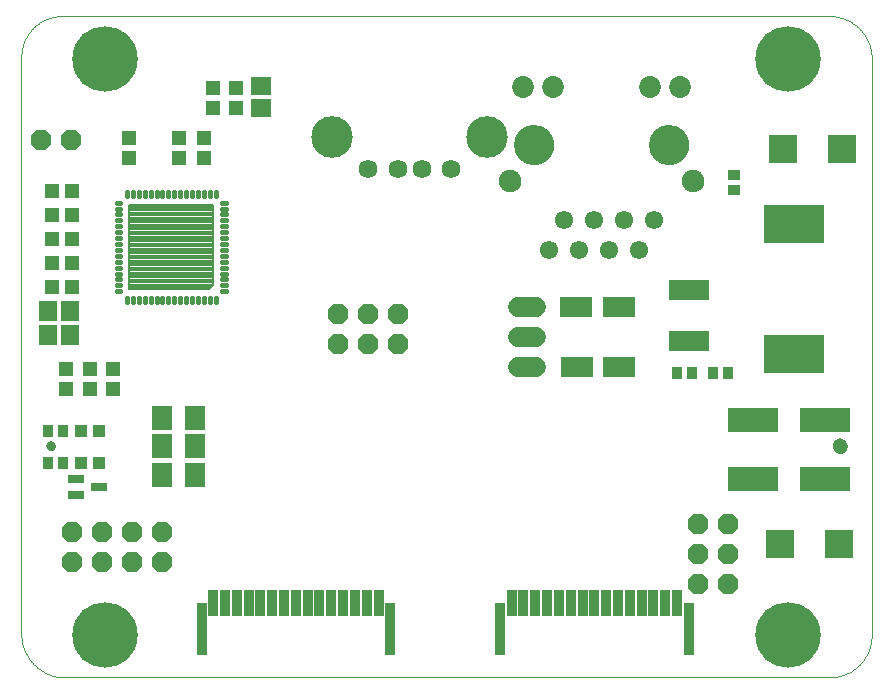
<source format=gts>
G75*
%MOIN*%
%OFA0B0*%
%FSLAX25Y25*%
%IPPOS*%
%LPD*%
%AMOC8*
5,1,8,0,0,1.08239X$1,22.5*
%
%ADD10C,0.00000*%
%ADD11C,0.05131*%
%ADD12C,0.03162*%
%ADD13R,0.03200X0.08700*%
%ADD14R,0.03600X0.17300*%
%ADD15R,0.13792X0.06902*%
%ADD16C,0.06800*%
%ADD17R,0.03556X0.04343*%
%ADD18R,0.03950X0.03950*%
%ADD19R,0.11036X0.07099*%
%ADD20OC8,0.06800*%
%ADD21R,0.07099X0.07887*%
%ADD22R,0.05200X0.02600*%
%ADD23C,0.21800*%
%ADD24R,0.16548X0.07887*%
%ADD25R,0.04343X0.03556*%
%ADD26R,0.09400X0.09400*%
%ADD27R,0.20485X0.12611*%
%ADD28C,0.06115*%
%ADD29C,0.07296*%
%ADD30C,0.13398*%
%ADD31C,0.07493*%
%ADD32C,0.01784*%
%ADD33C,0.00800*%
%ADD34R,0.05131X0.04737*%
%ADD35R,0.04737X0.05131*%
%ADD36R,0.06706X0.05918*%
%ADD37R,0.05918X0.06706*%
%ADD38C,0.13855*%
%ADD39C,0.06233*%
D10*
X0015673Y0001500D02*
X0270791Y0001500D01*
X0271133Y0001504D01*
X0271476Y0001517D01*
X0271818Y0001537D01*
X0272159Y0001566D01*
X0272499Y0001603D01*
X0272839Y0001649D01*
X0273177Y0001702D01*
X0273514Y0001764D01*
X0273849Y0001834D01*
X0274183Y0001912D01*
X0274514Y0001998D01*
X0274844Y0002092D01*
X0275171Y0002194D01*
X0275495Y0002303D01*
X0275817Y0002421D01*
X0276136Y0002546D01*
X0276451Y0002679D01*
X0276764Y0002820D01*
X0277072Y0002968D01*
X0277378Y0003123D01*
X0277679Y0003286D01*
X0277976Y0003456D01*
X0278269Y0003633D01*
X0278558Y0003818D01*
X0278842Y0004009D01*
X0279122Y0004207D01*
X0279396Y0004411D01*
X0279666Y0004623D01*
X0279930Y0004840D01*
X0280189Y0005064D01*
X0280443Y0005295D01*
X0280691Y0005531D01*
X0280933Y0005773D01*
X0281169Y0006021D01*
X0281400Y0006275D01*
X0281624Y0006534D01*
X0281841Y0006798D01*
X0282053Y0007068D01*
X0282257Y0007342D01*
X0282455Y0007622D01*
X0282646Y0007906D01*
X0282831Y0008195D01*
X0283008Y0008488D01*
X0283178Y0008785D01*
X0283341Y0009086D01*
X0283496Y0009392D01*
X0283644Y0009700D01*
X0283785Y0010013D01*
X0283918Y0010328D01*
X0284043Y0010647D01*
X0284161Y0010969D01*
X0284270Y0011293D01*
X0284372Y0011620D01*
X0284466Y0011950D01*
X0284552Y0012281D01*
X0284630Y0012615D01*
X0284700Y0012950D01*
X0284762Y0013287D01*
X0284815Y0013625D01*
X0284861Y0013965D01*
X0284898Y0014305D01*
X0284927Y0014646D01*
X0284947Y0014988D01*
X0284960Y0015331D01*
X0284964Y0015673D01*
X0284965Y0015673D02*
X0284965Y0207799D01*
X0284964Y0207799D02*
X0284960Y0208141D01*
X0284947Y0208484D01*
X0284927Y0208826D01*
X0284898Y0209167D01*
X0284861Y0209507D01*
X0284815Y0209847D01*
X0284762Y0210185D01*
X0284700Y0210522D01*
X0284630Y0210857D01*
X0284552Y0211191D01*
X0284466Y0211522D01*
X0284372Y0211852D01*
X0284270Y0212179D01*
X0284161Y0212503D01*
X0284043Y0212825D01*
X0283918Y0213144D01*
X0283785Y0213459D01*
X0283644Y0213772D01*
X0283496Y0214080D01*
X0283341Y0214386D01*
X0283178Y0214687D01*
X0283008Y0214984D01*
X0282831Y0215277D01*
X0282646Y0215566D01*
X0282455Y0215850D01*
X0282257Y0216130D01*
X0282053Y0216404D01*
X0281841Y0216674D01*
X0281624Y0216938D01*
X0281400Y0217197D01*
X0281169Y0217451D01*
X0280933Y0217699D01*
X0280691Y0217941D01*
X0280443Y0218177D01*
X0280189Y0218408D01*
X0279930Y0218632D01*
X0279666Y0218849D01*
X0279396Y0219061D01*
X0279122Y0219265D01*
X0278842Y0219463D01*
X0278558Y0219654D01*
X0278269Y0219839D01*
X0277976Y0220016D01*
X0277679Y0220186D01*
X0277378Y0220349D01*
X0277072Y0220504D01*
X0276764Y0220652D01*
X0276451Y0220793D01*
X0276136Y0220926D01*
X0275817Y0221051D01*
X0275495Y0221169D01*
X0275171Y0221278D01*
X0274844Y0221380D01*
X0274514Y0221474D01*
X0274183Y0221560D01*
X0273849Y0221638D01*
X0273514Y0221708D01*
X0273177Y0221770D01*
X0272839Y0221823D01*
X0272499Y0221869D01*
X0272159Y0221906D01*
X0271818Y0221935D01*
X0271476Y0221955D01*
X0271133Y0221968D01*
X0270791Y0221972D01*
X0015673Y0221972D01*
X0001500Y0208799D02*
X0001500Y0016673D01*
X0001492Y0016318D01*
X0001492Y0015963D01*
X0001502Y0015609D01*
X0001520Y0015254D01*
X0001546Y0014901D01*
X0001581Y0014548D01*
X0001625Y0014195D01*
X0001677Y0013845D01*
X0001737Y0013495D01*
X0001806Y0013147D01*
X0001884Y0012801D01*
X0001969Y0012456D01*
X0002063Y0012114D01*
X0002165Y0011774D01*
X0002276Y0011437D01*
X0002394Y0011103D01*
X0002521Y0010771D01*
X0002655Y0010443D01*
X0002798Y0010118D01*
X0002948Y0009797D01*
X0003106Y0009479D01*
X0003271Y0009165D01*
X0003445Y0008855D01*
X0003625Y0008550D01*
X0003813Y0008249D01*
X0004008Y0007953D01*
X0004210Y0007661D01*
X0004419Y0007375D01*
X0004635Y0007093D01*
X0004858Y0006817D01*
X0005088Y0006546D01*
X0005323Y0006281D01*
X0005566Y0006022D01*
X0005814Y0005769D01*
X0006068Y0005521D01*
X0006329Y0005280D01*
X0006595Y0005046D01*
X0006867Y0004817D01*
X0007144Y0004596D01*
X0007426Y0004381D01*
X0007714Y0004173D01*
X0008006Y0003972D01*
X0008303Y0003778D01*
X0008605Y0003592D01*
X0008911Y0003413D01*
X0009222Y0003241D01*
X0009536Y0003077D01*
X0009855Y0002920D01*
X0010177Y0002771D01*
X0010502Y0002630D01*
X0010831Y0002497D01*
X0011163Y0002372D01*
X0011498Y0002255D01*
X0011836Y0002146D01*
X0012176Y0002046D01*
X0012518Y0001953D01*
X0012863Y0001869D01*
X0013210Y0001793D01*
X0013558Y0001726D01*
X0013908Y0001667D01*
X0014259Y0001616D01*
X0014611Y0001574D01*
X0014965Y0001541D01*
X0015319Y0001516D01*
X0015673Y0001500D01*
X0010260Y0078500D02*
X0010262Y0078569D01*
X0010268Y0078637D01*
X0010278Y0078705D01*
X0010292Y0078772D01*
X0010310Y0078839D01*
X0010331Y0078904D01*
X0010357Y0078968D01*
X0010386Y0079030D01*
X0010418Y0079090D01*
X0010454Y0079149D01*
X0010494Y0079205D01*
X0010536Y0079259D01*
X0010582Y0079310D01*
X0010631Y0079359D01*
X0010682Y0079405D01*
X0010736Y0079447D01*
X0010792Y0079487D01*
X0010850Y0079523D01*
X0010911Y0079555D01*
X0010973Y0079584D01*
X0011037Y0079610D01*
X0011102Y0079631D01*
X0011169Y0079649D01*
X0011236Y0079663D01*
X0011304Y0079673D01*
X0011372Y0079679D01*
X0011441Y0079681D01*
X0011510Y0079679D01*
X0011578Y0079673D01*
X0011646Y0079663D01*
X0011713Y0079649D01*
X0011780Y0079631D01*
X0011845Y0079610D01*
X0011909Y0079584D01*
X0011971Y0079555D01*
X0012031Y0079523D01*
X0012090Y0079487D01*
X0012146Y0079447D01*
X0012200Y0079405D01*
X0012251Y0079359D01*
X0012300Y0079310D01*
X0012346Y0079259D01*
X0012388Y0079205D01*
X0012428Y0079149D01*
X0012464Y0079090D01*
X0012496Y0079030D01*
X0012525Y0078968D01*
X0012551Y0078904D01*
X0012572Y0078839D01*
X0012590Y0078772D01*
X0012604Y0078705D01*
X0012614Y0078637D01*
X0012620Y0078569D01*
X0012622Y0078500D01*
X0012620Y0078431D01*
X0012614Y0078363D01*
X0012604Y0078295D01*
X0012590Y0078228D01*
X0012572Y0078161D01*
X0012551Y0078096D01*
X0012525Y0078032D01*
X0012496Y0077970D01*
X0012464Y0077909D01*
X0012428Y0077851D01*
X0012388Y0077795D01*
X0012346Y0077741D01*
X0012300Y0077690D01*
X0012251Y0077641D01*
X0012200Y0077595D01*
X0012146Y0077553D01*
X0012090Y0077513D01*
X0012032Y0077477D01*
X0011971Y0077445D01*
X0011909Y0077416D01*
X0011845Y0077390D01*
X0011780Y0077369D01*
X0011713Y0077351D01*
X0011646Y0077337D01*
X0011578Y0077327D01*
X0011510Y0077321D01*
X0011441Y0077319D01*
X0011372Y0077321D01*
X0011304Y0077327D01*
X0011236Y0077337D01*
X0011169Y0077351D01*
X0011102Y0077369D01*
X0011037Y0077390D01*
X0010973Y0077416D01*
X0010911Y0077445D01*
X0010850Y0077477D01*
X0010792Y0077513D01*
X0010736Y0077553D01*
X0010682Y0077595D01*
X0010631Y0077641D01*
X0010582Y0077690D01*
X0010536Y0077741D01*
X0010494Y0077795D01*
X0010454Y0077851D01*
X0010418Y0077909D01*
X0010386Y0077970D01*
X0010357Y0078032D01*
X0010331Y0078096D01*
X0010310Y0078161D01*
X0010292Y0078228D01*
X0010278Y0078295D01*
X0010268Y0078363D01*
X0010262Y0078431D01*
X0010260Y0078500D01*
X0161142Y0166992D02*
X0161144Y0167107D01*
X0161150Y0167223D01*
X0161160Y0167338D01*
X0161174Y0167453D01*
X0161192Y0167567D01*
X0161214Y0167680D01*
X0161239Y0167793D01*
X0161269Y0167904D01*
X0161302Y0168015D01*
X0161339Y0168124D01*
X0161380Y0168232D01*
X0161425Y0168339D01*
X0161473Y0168444D01*
X0161525Y0168547D01*
X0161581Y0168648D01*
X0161640Y0168748D01*
X0161702Y0168845D01*
X0161768Y0168940D01*
X0161836Y0169033D01*
X0161908Y0169123D01*
X0161983Y0169211D01*
X0162062Y0169296D01*
X0162143Y0169378D01*
X0162226Y0169458D01*
X0162313Y0169534D01*
X0162402Y0169608D01*
X0162493Y0169678D01*
X0162587Y0169746D01*
X0162683Y0169810D01*
X0162782Y0169870D01*
X0162882Y0169927D01*
X0162984Y0169981D01*
X0163088Y0170031D01*
X0163194Y0170078D01*
X0163301Y0170121D01*
X0163410Y0170160D01*
X0163520Y0170195D01*
X0163631Y0170226D01*
X0163743Y0170254D01*
X0163856Y0170278D01*
X0163970Y0170298D01*
X0164085Y0170314D01*
X0164200Y0170326D01*
X0164315Y0170334D01*
X0164430Y0170338D01*
X0164546Y0170338D01*
X0164661Y0170334D01*
X0164776Y0170326D01*
X0164891Y0170314D01*
X0165006Y0170298D01*
X0165120Y0170278D01*
X0165233Y0170254D01*
X0165345Y0170226D01*
X0165456Y0170195D01*
X0165566Y0170160D01*
X0165675Y0170121D01*
X0165782Y0170078D01*
X0165888Y0170031D01*
X0165992Y0169981D01*
X0166094Y0169927D01*
X0166194Y0169870D01*
X0166293Y0169810D01*
X0166389Y0169746D01*
X0166483Y0169678D01*
X0166574Y0169608D01*
X0166663Y0169534D01*
X0166750Y0169458D01*
X0166833Y0169378D01*
X0166914Y0169296D01*
X0166993Y0169211D01*
X0167068Y0169123D01*
X0167140Y0169033D01*
X0167208Y0168940D01*
X0167274Y0168845D01*
X0167336Y0168748D01*
X0167395Y0168648D01*
X0167451Y0168547D01*
X0167503Y0168444D01*
X0167551Y0168339D01*
X0167596Y0168232D01*
X0167637Y0168124D01*
X0167674Y0168015D01*
X0167707Y0167904D01*
X0167737Y0167793D01*
X0167762Y0167680D01*
X0167784Y0167567D01*
X0167802Y0167453D01*
X0167816Y0167338D01*
X0167826Y0167223D01*
X0167832Y0167107D01*
X0167834Y0166992D01*
X0167832Y0166877D01*
X0167826Y0166761D01*
X0167816Y0166646D01*
X0167802Y0166531D01*
X0167784Y0166417D01*
X0167762Y0166304D01*
X0167737Y0166191D01*
X0167707Y0166080D01*
X0167674Y0165969D01*
X0167637Y0165860D01*
X0167596Y0165752D01*
X0167551Y0165645D01*
X0167503Y0165540D01*
X0167451Y0165437D01*
X0167395Y0165336D01*
X0167336Y0165236D01*
X0167274Y0165139D01*
X0167208Y0165044D01*
X0167140Y0164951D01*
X0167068Y0164861D01*
X0166993Y0164773D01*
X0166914Y0164688D01*
X0166833Y0164606D01*
X0166750Y0164526D01*
X0166663Y0164450D01*
X0166574Y0164376D01*
X0166483Y0164306D01*
X0166389Y0164238D01*
X0166293Y0164174D01*
X0166194Y0164114D01*
X0166094Y0164057D01*
X0165992Y0164003D01*
X0165888Y0163953D01*
X0165782Y0163906D01*
X0165675Y0163863D01*
X0165566Y0163824D01*
X0165456Y0163789D01*
X0165345Y0163758D01*
X0165233Y0163730D01*
X0165120Y0163706D01*
X0165006Y0163686D01*
X0164891Y0163670D01*
X0164776Y0163658D01*
X0164661Y0163650D01*
X0164546Y0163646D01*
X0164430Y0163646D01*
X0164315Y0163650D01*
X0164200Y0163658D01*
X0164085Y0163670D01*
X0163970Y0163686D01*
X0163856Y0163706D01*
X0163743Y0163730D01*
X0163631Y0163758D01*
X0163520Y0163789D01*
X0163410Y0163824D01*
X0163301Y0163863D01*
X0163194Y0163906D01*
X0163088Y0163953D01*
X0162984Y0164003D01*
X0162882Y0164057D01*
X0162782Y0164114D01*
X0162683Y0164174D01*
X0162587Y0164238D01*
X0162493Y0164306D01*
X0162402Y0164376D01*
X0162313Y0164450D01*
X0162226Y0164526D01*
X0162143Y0164606D01*
X0162062Y0164688D01*
X0161983Y0164773D01*
X0161908Y0164861D01*
X0161836Y0164951D01*
X0161768Y0165044D01*
X0161702Y0165139D01*
X0161640Y0165236D01*
X0161581Y0165336D01*
X0161525Y0165437D01*
X0161473Y0165540D01*
X0161425Y0165645D01*
X0161380Y0165752D01*
X0161339Y0165860D01*
X0161302Y0165969D01*
X0161269Y0166080D01*
X0161239Y0166191D01*
X0161214Y0166304D01*
X0161192Y0166417D01*
X0161174Y0166531D01*
X0161160Y0166646D01*
X0161150Y0166761D01*
X0161144Y0166877D01*
X0161142Y0166992D01*
X0166201Y0179000D02*
X0166203Y0179158D01*
X0166209Y0179316D01*
X0166219Y0179474D01*
X0166233Y0179632D01*
X0166251Y0179789D01*
X0166272Y0179946D01*
X0166298Y0180102D01*
X0166328Y0180258D01*
X0166361Y0180413D01*
X0166399Y0180566D01*
X0166440Y0180719D01*
X0166485Y0180871D01*
X0166534Y0181022D01*
X0166587Y0181171D01*
X0166643Y0181319D01*
X0166703Y0181465D01*
X0166767Y0181610D01*
X0166835Y0181753D01*
X0166906Y0181895D01*
X0166980Y0182035D01*
X0167058Y0182172D01*
X0167140Y0182308D01*
X0167224Y0182442D01*
X0167313Y0182573D01*
X0167404Y0182702D01*
X0167499Y0182829D01*
X0167596Y0182954D01*
X0167697Y0183076D01*
X0167801Y0183195D01*
X0167908Y0183312D01*
X0168018Y0183426D01*
X0168131Y0183537D01*
X0168246Y0183646D01*
X0168364Y0183751D01*
X0168485Y0183853D01*
X0168608Y0183953D01*
X0168734Y0184049D01*
X0168862Y0184142D01*
X0168992Y0184232D01*
X0169125Y0184318D01*
X0169260Y0184402D01*
X0169396Y0184481D01*
X0169535Y0184558D01*
X0169676Y0184630D01*
X0169818Y0184700D01*
X0169962Y0184765D01*
X0170108Y0184827D01*
X0170255Y0184885D01*
X0170404Y0184940D01*
X0170554Y0184991D01*
X0170705Y0185038D01*
X0170857Y0185081D01*
X0171010Y0185120D01*
X0171165Y0185156D01*
X0171320Y0185187D01*
X0171476Y0185215D01*
X0171632Y0185239D01*
X0171789Y0185259D01*
X0171947Y0185275D01*
X0172104Y0185287D01*
X0172263Y0185295D01*
X0172421Y0185299D01*
X0172579Y0185299D01*
X0172737Y0185295D01*
X0172896Y0185287D01*
X0173053Y0185275D01*
X0173211Y0185259D01*
X0173368Y0185239D01*
X0173524Y0185215D01*
X0173680Y0185187D01*
X0173835Y0185156D01*
X0173990Y0185120D01*
X0174143Y0185081D01*
X0174295Y0185038D01*
X0174446Y0184991D01*
X0174596Y0184940D01*
X0174745Y0184885D01*
X0174892Y0184827D01*
X0175038Y0184765D01*
X0175182Y0184700D01*
X0175324Y0184630D01*
X0175465Y0184558D01*
X0175604Y0184481D01*
X0175740Y0184402D01*
X0175875Y0184318D01*
X0176008Y0184232D01*
X0176138Y0184142D01*
X0176266Y0184049D01*
X0176392Y0183953D01*
X0176515Y0183853D01*
X0176636Y0183751D01*
X0176754Y0183646D01*
X0176869Y0183537D01*
X0176982Y0183426D01*
X0177092Y0183312D01*
X0177199Y0183195D01*
X0177303Y0183076D01*
X0177404Y0182954D01*
X0177501Y0182829D01*
X0177596Y0182702D01*
X0177687Y0182573D01*
X0177776Y0182442D01*
X0177860Y0182308D01*
X0177942Y0182172D01*
X0178020Y0182035D01*
X0178094Y0181895D01*
X0178165Y0181753D01*
X0178233Y0181610D01*
X0178297Y0181465D01*
X0178357Y0181319D01*
X0178413Y0181171D01*
X0178466Y0181022D01*
X0178515Y0180871D01*
X0178560Y0180719D01*
X0178601Y0180566D01*
X0178639Y0180413D01*
X0178672Y0180258D01*
X0178702Y0180102D01*
X0178728Y0179946D01*
X0178749Y0179789D01*
X0178767Y0179632D01*
X0178781Y0179474D01*
X0178791Y0179316D01*
X0178797Y0179158D01*
X0178799Y0179000D01*
X0178797Y0178842D01*
X0178791Y0178684D01*
X0178781Y0178526D01*
X0178767Y0178368D01*
X0178749Y0178211D01*
X0178728Y0178054D01*
X0178702Y0177898D01*
X0178672Y0177742D01*
X0178639Y0177587D01*
X0178601Y0177434D01*
X0178560Y0177281D01*
X0178515Y0177129D01*
X0178466Y0176978D01*
X0178413Y0176829D01*
X0178357Y0176681D01*
X0178297Y0176535D01*
X0178233Y0176390D01*
X0178165Y0176247D01*
X0178094Y0176105D01*
X0178020Y0175965D01*
X0177942Y0175828D01*
X0177860Y0175692D01*
X0177776Y0175558D01*
X0177687Y0175427D01*
X0177596Y0175298D01*
X0177501Y0175171D01*
X0177404Y0175046D01*
X0177303Y0174924D01*
X0177199Y0174805D01*
X0177092Y0174688D01*
X0176982Y0174574D01*
X0176869Y0174463D01*
X0176754Y0174354D01*
X0176636Y0174249D01*
X0176515Y0174147D01*
X0176392Y0174047D01*
X0176266Y0173951D01*
X0176138Y0173858D01*
X0176008Y0173768D01*
X0175875Y0173682D01*
X0175740Y0173598D01*
X0175604Y0173519D01*
X0175465Y0173442D01*
X0175324Y0173370D01*
X0175182Y0173300D01*
X0175038Y0173235D01*
X0174892Y0173173D01*
X0174745Y0173115D01*
X0174596Y0173060D01*
X0174446Y0173009D01*
X0174295Y0172962D01*
X0174143Y0172919D01*
X0173990Y0172880D01*
X0173835Y0172844D01*
X0173680Y0172813D01*
X0173524Y0172785D01*
X0173368Y0172761D01*
X0173211Y0172741D01*
X0173053Y0172725D01*
X0172896Y0172713D01*
X0172737Y0172705D01*
X0172579Y0172701D01*
X0172421Y0172701D01*
X0172263Y0172705D01*
X0172104Y0172713D01*
X0171947Y0172725D01*
X0171789Y0172741D01*
X0171632Y0172761D01*
X0171476Y0172785D01*
X0171320Y0172813D01*
X0171165Y0172844D01*
X0171010Y0172880D01*
X0170857Y0172919D01*
X0170705Y0172962D01*
X0170554Y0173009D01*
X0170404Y0173060D01*
X0170255Y0173115D01*
X0170108Y0173173D01*
X0169962Y0173235D01*
X0169818Y0173300D01*
X0169676Y0173370D01*
X0169535Y0173442D01*
X0169396Y0173519D01*
X0169260Y0173598D01*
X0169125Y0173682D01*
X0168992Y0173768D01*
X0168862Y0173858D01*
X0168734Y0173951D01*
X0168608Y0174047D01*
X0168485Y0174147D01*
X0168364Y0174249D01*
X0168246Y0174354D01*
X0168131Y0174463D01*
X0168018Y0174574D01*
X0167908Y0174688D01*
X0167801Y0174805D01*
X0167697Y0174924D01*
X0167596Y0175046D01*
X0167499Y0175171D01*
X0167404Y0175298D01*
X0167313Y0175427D01*
X0167224Y0175558D01*
X0167140Y0175692D01*
X0167058Y0175828D01*
X0166980Y0175965D01*
X0166906Y0176105D01*
X0166835Y0176247D01*
X0166767Y0176390D01*
X0166703Y0176535D01*
X0166643Y0176681D01*
X0166587Y0176829D01*
X0166534Y0176978D01*
X0166485Y0177129D01*
X0166440Y0177281D01*
X0166399Y0177434D01*
X0166361Y0177587D01*
X0166328Y0177742D01*
X0166298Y0177898D01*
X0166272Y0178054D01*
X0166251Y0178211D01*
X0166233Y0178368D01*
X0166219Y0178526D01*
X0166209Y0178684D01*
X0166203Y0178842D01*
X0166201Y0179000D01*
X0211201Y0179000D02*
X0211203Y0179158D01*
X0211209Y0179316D01*
X0211219Y0179474D01*
X0211233Y0179632D01*
X0211251Y0179789D01*
X0211272Y0179946D01*
X0211298Y0180102D01*
X0211328Y0180258D01*
X0211361Y0180413D01*
X0211399Y0180566D01*
X0211440Y0180719D01*
X0211485Y0180871D01*
X0211534Y0181022D01*
X0211587Y0181171D01*
X0211643Y0181319D01*
X0211703Y0181465D01*
X0211767Y0181610D01*
X0211835Y0181753D01*
X0211906Y0181895D01*
X0211980Y0182035D01*
X0212058Y0182172D01*
X0212140Y0182308D01*
X0212224Y0182442D01*
X0212313Y0182573D01*
X0212404Y0182702D01*
X0212499Y0182829D01*
X0212596Y0182954D01*
X0212697Y0183076D01*
X0212801Y0183195D01*
X0212908Y0183312D01*
X0213018Y0183426D01*
X0213131Y0183537D01*
X0213246Y0183646D01*
X0213364Y0183751D01*
X0213485Y0183853D01*
X0213608Y0183953D01*
X0213734Y0184049D01*
X0213862Y0184142D01*
X0213992Y0184232D01*
X0214125Y0184318D01*
X0214260Y0184402D01*
X0214396Y0184481D01*
X0214535Y0184558D01*
X0214676Y0184630D01*
X0214818Y0184700D01*
X0214962Y0184765D01*
X0215108Y0184827D01*
X0215255Y0184885D01*
X0215404Y0184940D01*
X0215554Y0184991D01*
X0215705Y0185038D01*
X0215857Y0185081D01*
X0216010Y0185120D01*
X0216165Y0185156D01*
X0216320Y0185187D01*
X0216476Y0185215D01*
X0216632Y0185239D01*
X0216789Y0185259D01*
X0216947Y0185275D01*
X0217104Y0185287D01*
X0217263Y0185295D01*
X0217421Y0185299D01*
X0217579Y0185299D01*
X0217737Y0185295D01*
X0217896Y0185287D01*
X0218053Y0185275D01*
X0218211Y0185259D01*
X0218368Y0185239D01*
X0218524Y0185215D01*
X0218680Y0185187D01*
X0218835Y0185156D01*
X0218990Y0185120D01*
X0219143Y0185081D01*
X0219295Y0185038D01*
X0219446Y0184991D01*
X0219596Y0184940D01*
X0219745Y0184885D01*
X0219892Y0184827D01*
X0220038Y0184765D01*
X0220182Y0184700D01*
X0220324Y0184630D01*
X0220465Y0184558D01*
X0220604Y0184481D01*
X0220740Y0184402D01*
X0220875Y0184318D01*
X0221008Y0184232D01*
X0221138Y0184142D01*
X0221266Y0184049D01*
X0221392Y0183953D01*
X0221515Y0183853D01*
X0221636Y0183751D01*
X0221754Y0183646D01*
X0221869Y0183537D01*
X0221982Y0183426D01*
X0222092Y0183312D01*
X0222199Y0183195D01*
X0222303Y0183076D01*
X0222404Y0182954D01*
X0222501Y0182829D01*
X0222596Y0182702D01*
X0222687Y0182573D01*
X0222776Y0182442D01*
X0222860Y0182308D01*
X0222942Y0182172D01*
X0223020Y0182035D01*
X0223094Y0181895D01*
X0223165Y0181753D01*
X0223233Y0181610D01*
X0223297Y0181465D01*
X0223357Y0181319D01*
X0223413Y0181171D01*
X0223466Y0181022D01*
X0223515Y0180871D01*
X0223560Y0180719D01*
X0223601Y0180566D01*
X0223639Y0180413D01*
X0223672Y0180258D01*
X0223702Y0180102D01*
X0223728Y0179946D01*
X0223749Y0179789D01*
X0223767Y0179632D01*
X0223781Y0179474D01*
X0223791Y0179316D01*
X0223797Y0179158D01*
X0223799Y0179000D01*
X0223797Y0178842D01*
X0223791Y0178684D01*
X0223781Y0178526D01*
X0223767Y0178368D01*
X0223749Y0178211D01*
X0223728Y0178054D01*
X0223702Y0177898D01*
X0223672Y0177742D01*
X0223639Y0177587D01*
X0223601Y0177434D01*
X0223560Y0177281D01*
X0223515Y0177129D01*
X0223466Y0176978D01*
X0223413Y0176829D01*
X0223357Y0176681D01*
X0223297Y0176535D01*
X0223233Y0176390D01*
X0223165Y0176247D01*
X0223094Y0176105D01*
X0223020Y0175965D01*
X0222942Y0175828D01*
X0222860Y0175692D01*
X0222776Y0175558D01*
X0222687Y0175427D01*
X0222596Y0175298D01*
X0222501Y0175171D01*
X0222404Y0175046D01*
X0222303Y0174924D01*
X0222199Y0174805D01*
X0222092Y0174688D01*
X0221982Y0174574D01*
X0221869Y0174463D01*
X0221754Y0174354D01*
X0221636Y0174249D01*
X0221515Y0174147D01*
X0221392Y0174047D01*
X0221266Y0173951D01*
X0221138Y0173858D01*
X0221008Y0173768D01*
X0220875Y0173682D01*
X0220740Y0173598D01*
X0220604Y0173519D01*
X0220465Y0173442D01*
X0220324Y0173370D01*
X0220182Y0173300D01*
X0220038Y0173235D01*
X0219892Y0173173D01*
X0219745Y0173115D01*
X0219596Y0173060D01*
X0219446Y0173009D01*
X0219295Y0172962D01*
X0219143Y0172919D01*
X0218990Y0172880D01*
X0218835Y0172844D01*
X0218680Y0172813D01*
X0218524Y0172785D01*
X0218368Y0172761D01*
X0218211Y0172741D01*
X0218053Y0172725D01*
X0217896Y0172713D01*
X0217737Y0172705D01*
X0217579Y0172701D01*
X0217421Y0172701D01*
X0217263Y0172705D01*
X0217104Y0172713D01*
X0216947Y0172725D01*
X0216789Y0172741D01*
X0216632Y0172761D01*
X0216476Y0172785D01*
X0216320Y0172813D01*
X0216165Y0172844D01*
X0216010Y0172880D01*
X0215857Y0172919D01*
X0215705Y0172962D01*
X0215554Y0173009D01*
X0215404Y0173060D01*
X0215255Y0173115D01*
X0215108Y0173173D01*
X0214962Y0173235D01*
X0214818Y0173300D01*
X0214676Y0173370D01*
X0214535Y0173442D01*
X0214396Y0173519D01*
X0214260Y0173598D01*
X0214125Y0173682D01*
X0213992Y0173768D01*
X0213862Y0173858D01*
X0213734Y0173951D01*
X0213608Y0174047D01*
X0213485Y0174147D01*
X0213364Y0174249D01*
X0213246Y0174354D01*
X0213131Y0174463D01*
X0213018Y0174574D01*
X0212908Y0174688D01*
X0212801Y0174805D01*
X0212697Y0174924D01*
X0212596Y0175046D01*
X0212499Y0175171D01*
X0212404Y0175298D01*
X0212313Y0175427D01*
X0212224Y0175558D01*
X0212140Y0175692D01*
X0212058Y0175828D01*
X0211980Y0175965D01*
X0211906Y0176105D01*
X0211835Y0176247D01*
X0211767Y0176390D01*
X0211703Y0176535D01*
X0211643Y0176681D01*
X0211587Y0176829D01*
X0211534Y0176978D01*
X0211485Y0177129D01*
X0211440Y0177281D01*
X0211399Y0177434D01*
X0211361Y0177587D01*
X0211328Y0177742D01*
X0211298Y0177898D01*
X0211272Y0178054D01*
X0211251Y0178211D01*
X0211233Y0178368D01*
X0211219Y0178526D01*
X0211209Y0178684D01*
X0211203Y0178842D01*
X0211201Y0179000D01*
X0222166Y0166992D02*
X0222168Y0167107D01*
X0222174Y0167223D01*
X0222184Y0167338D01*
X0222198Y0167453D01*
X0222216Y0167567D01*
X0222238Y0167680D01*
X0222263Y0167793D01*
X0222293Y0167904D01*
X0222326Y0168015D01*
X0222363Y0168124D01*
X0222404Y0168232D01*
X0222449Y0168339D01*
X0222497Y0168444D01*
X0222549Y0168547D01*
X0222605Y0168648D01*
X0222664Y0168748D01*
X0222726Y0168845D01*
X0222792Y0168940D01*
X0222860Y0169033D01*
X0222932Y0169123D01*
X0223007Y0169211D01*
X0223086Y0169296D01*
X0223167Y0169378D01*
X0223250Y0169458D01*
X0223337Y0169534D01*
X0223426Y0169608D01*
X0223517Y0169678D01*
X0223611Y0169746D01*
X0223707Y0169810D01*
X0223806Y0169870D01*
X0223906Y0169927D01*
X0224008Y0169981D01*
X0224112Y0170031D01*
X0224218Y0170078D01*
X0224325Y0170121D01*
X0224434Y0170160D01*
X0224544Y0170195D01*
X0224655Y0170226D01*
X0224767Y0170254D01*
X0224880Y0170278D01*
X0224994Y0170298D01*
X0225109Y0170314D01*
X0225224Y0170326D01*
X0225339Y0170334D01*
X0225454Y0170338D01*
X0225570Y0170338D01*
X0225685Y0170334D01*
X0225800Y0170326D01*
X0225915Y0170314D01*
X0226030Y0170298D01*
X0226144Y0170278D01*
X0226257Y0170254D01*
X0226369Y0170226D01*
X0226480Y0170195D01*
X0226590Y0170160D01*
X0226699Y0170121D01*
X0226806Y0170078D01*
X0226912Y0170031D01*
X0227016Y0169981D01*
X0227118Y0169927D01*
X0227218Y0169870D01*
X0227317Y0169810D01*
X0227413Y0169746D01*
X0227507Y0169678D01*
X0227598Y0169608D01*
X0227687Y0169534D01*
X0227774Y0169458D01*
X0227857Y0169378D01*
X0227938Y0169296D01*
X0228017Y0169211D01*
X0228092Y0169123D01*
X0228164Y0169033D01*
X0228232Y0168940D01*
X0228298Y0168845D01*
X0228360Y0168748D01*
X0228419Y0168648D01*
X0228475Y0168547D01*
X0228527Y0168444D01*
X0228575Y0168339D01*
X0228620Y0168232D01*
X0228661Y0168124D01*
X0228698Y0168015D01*
X0228731Y0167904D01*
X0228761Y0167793D01*
X0228786Y0167680D01*
X0228808Y0167567D01*
X0228826Y0167453D01*
X0228840Y0167338D01*
X0228850Y0167223D01*
X0228856Y0167107D01*
X0228858Y0166992D01*
X0228856Y0166877D01*
X0228850Y0166761D01*
X0228840Y0166646D01*
X0228826Y0166531D01*
X0228808Y0166417D01*
X0228786Y0166304D01*
X0228761Y0166191D01*
X0228731Y0166080D01*
X0228698Y0165969D01*
X0228661Y0165860D01*
X0228620Y0165752D01*
X0228575Y0165645D01*
X0228527Y0165540D01*
X0228475Y0165437D01*
X0228419Y0165336D01*
X0228360Y0165236D01*
X0228298Y0165139D01*
X0228232Y0165044D01*
X0228164Y0164951D01*
X0228092Y0164861D01*
X0228017Y0164773D01*
X0227938Y0164688D01*
X0227857Y0164606D01*
X0227774Y0164526D01*
X0227687Y0164450D01*
X0227598Y0164376D01*
X0227507Y0164306D01*
X0227413Y0164238D01*
X0227317Y0164174D01*
X0227218Y0164114D01*
X0227118Y0164057D01*
X0227016Y0164003D01*
X0226912Y0163953D01*
X0226806Y0163906D01*
X0226699Y0163863D01*
X0226590Y0163824D01*
X0226480Y0163789D01*
X0226369Y0163758D01*
X0226257Y0163730D01*
X0226144Y0163706D01*
X0226030Y0163686D01*
X0225915Y0163670D01*
X0225800Y0163658D01*
X0225685Y0163650D01*
X0225570Y0163646D01*
X0225454Y0163646D01*
X0225339Y0163650D01*
X0225224Y0163658D01*
X0225109Y0163670D01*
X0224994Y0163686D01*
X0224880Y0163706D01*
X0224767Y0163730D01*
X0224655Y0163758D01*
X0224544Y0163789D01*
X0224434Y0163824D01*
X0224325Y0163863D01*
X0224218Y0163906D01*
X0224112Y0163953D01*
X0224008Y0164003D01*
X0223906Y0164057D01*
X0223806Y0164114D01*
X0223707Y0164174D01*
X0223611Y0164238D01*
X0223517Y0164306D01*
X0223426Y0164376D01*
X0223337Y0164450D01*
X0223250Y0164526D01*
X0223167Y0164606D01*
X0223086Y0164688D01*
X0223007Y0164773D01*
X0222932Y0164861D01*
X0222860Y0164951D01*
X0222792Y0165044D01*
X0222726Y0165139D01*
X0222664Y0165236D01*
X0222605Y0165336D01*
X0222549Y0165437D01*
X0222497Y0165540D01*
X0222449Y0165645D01*
X0222404Y0165752D01*
X0222363Y0165860D01*
X0222326Y0165969D01*
X0222293Y0166080D01*
X0222263Y0166191D01*
X0222238Y0166304D01*
X0222216Y0166417D01*
X0222198Y0166531D01*
X0222184Y0166646D01*
X0222174Y0166761D01*
X0222168Y0166877D01*
X0222166Y0166992D01*
X0272268Y0078500D02*
X0272270Y0078593D01*
X0272276Y0078685D01*
X0272286Y0078777D01*
X0272300Y0078868D01*
X0272317Y0078959D01*
X0272339Y0079049D01*
X0272364Y0079138D01*
X0272393Y0079226D01*
X0272426Y0079312D01*
X0272463Y0079397D01*
X0272503Y0079481D01*
X0272547Y0079562D01*
X0272594Y0079642D01*
X0272644Y0079720D01*
X0272698Y0079795D01*
X0272755Y0079868D01*
X0272815Y0079938D01*
X0272878Y0080006D01*
X0272944Y0080071D01*
X0273012Y0080133D01*
X0273083Y0080193D01*
X0273157Y0080249D01*
X0273233Y0080302D01*
X0273311Y0080351D01*
X0273391Y0080398D01*
X0273473Y0080440D01*
X0273557Y0080480D01*
X0273642Y0080515D01*
X0273729Y0080547D01*
X0273817Y0080576D01*
X0273906Y0080600D01*
X0273996Y0080621D01*
X0274087Y0080637D01*
X0274179Y0080650D01*
X0274271Y0080659D01*
X0274364Y0080664D01*
X0274456Y0080665D01*
X0274549Y0080662D01*
X0274641Y0080655D01*
X0274733Y0080644D01*
X0274824Y0080629D01*
X0274915Y0080611D01*
X0275005Y0080588D01*
X0275093Y0080562D01*
X0275181Y0080532D01*
X0275267Y0080498D01*
X0275351Y0080461D01*
X0275434Y0080419D01*
X0275515Y0080375D01*
X0275595Y0080327D01*
X0275672Y0080276D01*
X0275746Y0080221D01*
X0275819Y0080163D01*
X0275889Y0080103D01*
X0275956Y0080039D01*
X0276020Y0079973D01*
X0276082Y0079903D01*
X0276140Y0079832D01*
X0276195Y0079758D01*
X0276247Y0079681D01*
X0276296Y0079602D01*
X0276342Y0079522D01*
X0276384Y0079439D01*
X0276422Y0079355D01*
X0276457Y0079269D01*
X0276488Y0079182D01*
X0276515Y0079094D01*
X0276538Y0079004D01*
X0276558Y0078914D01*
X0276574Y0078823D01*
X0276586Y0078731D01*
X0276594Y0078639D01*
X0276598Y0078546D01*
X0276598Y0078454D01*
X0276594Y0078361D01*
X0276586Y0078269D01*
X0276574Y0078177D01*
X0276558Y0078086D01*
X0276538Y0077996D01*
X0276515Y0077906D01*
X0276488Y0077818D01*
X0276457Y0077731D01*
X0276422Y0077645D01*
X0276384Y0077561D01*
X0276342Y0077478D01*
X0276296Y0077398D01*
X0276247Y0077319D01*
X0276195Y0077242D01*
X0276140Y0077168D01*
X0276082Y0077097D01*
X0276020Y0077027D01*
X0275956Y0076961D01*
X0275889Y0076897D01*
X0275819Y0076837D01*
X0275746Y0076779D01*
X0275672Y0076724D01*
X0275595Y0076673D01*
X0275516Y0076625D01*
X0275434Y0076581D01*
X0275351Y0076539D01*
X0275267Y0076502D01*
X0275181Y0076468D01*
X0275093Y0076438D01*
X0275005Y0076412D01*
X0274915Y0076389D01*
X0274824Y0076371D01*
X0274733Y0076356D01*
X0274641Y0076345D01*
X0274549Y0076338D01*
X0274456Y0076335D01*
X0274364Y0076336D01*
X0274271Y0076341D01*
X0274179Y0076350D01*
X0274087Y0076363D01*
X0273996Y0076379D01*
X0273906Y0076400D01*
X0273817Y0076424D01*
X0273729Y0076453D01*
X0273642Y0076485D01*
X0273557Y0076520D01*
X0273473Y0076560D01*
X0273391Y0076602D01*
X0273311Y0076649D01*
X0273233Y0076698D01*
X0273157Y0076751D01*
X0273083Y0076807D01*
X0273012Y0076867D01*
X0272944Y0076929D01*
X0272878Y0076994D01*
X0272815Y0077062D01*
X0272755Y0077132D01*
X0272698Y0077205D01*
X0272644Y0077280D01*
X0272594Y0077358D01*
X0272547Y0077438D01*
X0272503Y0077519D01*
X0272463Y0077603D01*
X0272426Y0077688D01*
X0272393Y0077774D01*
X0272364Y0077862D01*
X0272339Y0077951D01*
X0272317Y0078041D01*
X0272300Y0078132D01*
X0272286Y0078223D01*
X0272276Y0078315D01*
X0272270Y0078407D01*
X0272268Y0078500D01*
X0015673Y0221972D02*
X0015342Y0221980D01*
X0015012Y0221980D01*
X0014681Y0221972D01*
X0014351Y0221956D01*
X0014021Y0221932D01*
X0013692Y0221901D01*
X0013364Y0221861D01*
X0013037Y0221813D01*
X0012711Y0221758D01*
X0012386Y0221694D01*
X0012063Y0221623D01*
X0011742Y0221544D01*
X0011423Y0221457D01*
X0011107Y0221363D01*
X0010792Y0221261D01*
X0010480Y0221151D01*
X0010171Y0221034D01*
X0009865Y0220909D01*
X0009562Y0220777D01*
X0009262Y0220638D01*
X0008965Y0220492D01*
X0008672Y0220338D01*
X0008383Y0220177D01*
X0008098Y0220010D01*
X0007817Y0219836D01*
X0007541Y0219654D01*
X0007269Y0219467D01*
X0007001Y0219272D01*
X0006738Y0219072D01*
X0006480Y0218865D01*
X0006228Y0218652D01*
X0005980Y0218433D01*
X0005738Y0218207D01*
X0005501Y0217977D01*
X0005270Y0217740D01*
X0005045Y0217498D01*
X0004826Y0217251D01*
X0004612Y0216998D01*
X0004405Y0216740D01*
X0004204Y0216478D01*
X0004010Y0216210D01*
X0003822Y0215938D01*
X0003641Y0215662D01*
X0003466Y0215381D01*
X0003299Y0215096D01*
X0003138Y0214807D01*
X0002984Y0214514D01*
X0002838Y0214218D01*
X0002698Y0213918D01*
X0002566Y0213615D01*
X0002441Y0213309D01*
X0002324Y0213000D01*
X0002214Y0212688D01*
X0002112Y0212373D01*
X0002017Y0212057D01*
X0001930Y0211738D01*
X0001851Y0211417D01*
X0001779Y0211094D01*
X0001716Y0210769D01*
X0001660Y0210443D01*
X0001612Y0210116D01*
X0001572Y0209788D01*
X0001540Y0209459D01*
X0001516Y0209129D01*
X0001500Y0208799D01*
D11*
X0274433Y0078500D03*
D12*
X0011441Y0078500D03*
D13*
X0065500Y0026200D03*
X0069400Y0026200D03*
X0073300Y0026200D03*
X0077300Y0026200D03*
X0081200Y0026200D03*
X0085200Y0026200D03*
X0089100Y0026200D03*
X0093000Y0026200D03*
X0097000Y0026200D03*
X0100900Y0026200D03*
X0104800Y0026200D03*
X0108800Y0026200D03*
X0112700Y0026200D03*
X0116700Y0026200D03*
X0120600Y0026200D03*
X0165000Y0026200D03*
X0168900Y0026200D03*
X0172800Y0026200D03*
X0176800Y0026200D03*
X0180700Y0026200D03*
X0184700Y0026200D03*
X0188600Y0026200D03*
X0192500Y0026200D03*
X0196500Y0026200D03*
X0200400Y0026200D03*
X0204300Y0026200D03*
X0208300Y0026200D03*
X0212200Y0026200D03*
X0216200Y0026200D03*
X0220100Y0026200D03*
D14*
X0224000Y0017800D03*
X0161100Y0017800D03*
X0124500Y0017800D03*
X0061600Y0017800D03*
D15*
X0224200Y0113598D03*
X0224200Y0130802D03*
D16*
X0173000Y0125000D02*
X0167000Y0125000D01*
X0167000Y0115000D02*
X0173000Y0115000D01*
X0173000Y0105000D02*
X0167000Y0105000D01*
D17*
X0219941Y0103000D03*
X0225059Y0103000D03*
X0231941Y0103000D03*
X0237059Y0103000D03*
X0015559Y0083500D03*
X0010441Y0083500D03*
X0010441Y0073000D03*
X0015559Y0073000D03*
D18*
X0021547Y0073000D03*
X0027453Y0073000D03*
X0027453Y0083500D03*
X0021547Y0083500D03*
D19*
X0186613Y0105000D03*
X0200787Y0105000D03*
X0200737Y0125000D03*
X0186563Y0125000D03*
D20*
X0127000Y0122500D03*
X0127000Y0112500D03*
X0117000Y0112500D03*
X0107000Y0112500D03*
X0107000Y0122500D03*
X0117000Y0122500D03*
X0048500Y0050000D03*
X0038500Y0050000D03*
X0028500Y0050000D03*
X0018500Y0050000D03*
X0018500Y0040000D03*
X0028500Y0040000D03*
X0038500Y0040000D03*
X0048500Y0040000D03*
X0018000Y0180500D03*
X0008000Y0180500D03*
X0227000Y0052500D03*
X0237000Y0052500D03*
X0237000Y0042500D03*
X0227000Y0042500D03*
X0227000Y0032500D03*
X0237000Y0032500D03*
D21*
X0059512Y0069000D03*
X0048488Y0069000D03*
X0048488Y0078500D03*
X0048488Y0088000D03*
X0059512Y0088000D03*
X0059512Y0078500D03*
D22*
X0027400Y0064950D03*
X0019800Y0062350D03*
X0019800Y0067550D03*
D23*
X0029453Y0015673D03*
X0257012Y0015673D03*
X0257012Y0207799D03*
X0029453Y0207799D03*
D24*
X0245500Y0087343D03*
X0245500Y0067657D03*
X0269500Y0067657D03*
X0269500Y0087343D03*
D25*
X0239150Y0163941D03*
X0239150Y0169059D03*
D26*
X0255500Y0177500D03*
X0275185Y0177500D03*
X0274000Y0046000D03*
X0254315Y0046000D03*
D27*
X0259000Y0109346D03*
X0259000Y0152654D03*
D28*
X0212520Y0154000D03*
X0202520Y0154000D03*
X0192520Y0154000D03*
X0182520Y0154000D03*
X0187520Y0144000D03*
X0197520Y0144000D03*
X0207520Y0144000D03*
X0177520Y0144000D03*
D29*
X0178898Y0198291D03*
X0168898Y0198291D03*
X0211102Y0198291D03*
X0221102Y0198291D03*
D30*
X0217500Y0179000D03*
X0172500Y0179000D03*
D31*
X0164488Y0166992D03*
X0225512Y0166992D03*
D32*
X0069716Y0159764D02*
X0068536Y0159764D01*
X0068536Y0157795D02*
X0069716Y0157795D01*
X0069716Y0155827D02*
X0068536Y0155827D01*
X0068536Y0153858D02*
X0069716Y0153858D01*
X0069716Y0151890D02*
X0068536Y0151890D01*
X0068536Y0149921D02*
X0069716Y0149921D01*
X0069716Y0147953D02*
X0068536Y0147953D01*
X0068536Y0145984D02*
X0069716Y0145984D01*
X0069716Y0144016D02*
X0068536Y0144016D01*
X0068536Y0142047D02*
X0069716Y0142047D01*
X0069716Y0140079D02*
X0068536Y0140079D01*
X0068536Y0138110D02*
X0069716Y0138110D01*
X0069716Y0136142D02*
X0068536Y0136142D01*
X0068536Y0134173D02*
X0069716Y0134173D01*
X0069716Y0132205D02*
X0068536Y0132205D01*
X0068536Y0130236D02*
X0069716Y0130236D01*
X0066264Y0127964D02*
X0066264Y0126784D01*
X0064295Y0126784D02*
X0064295Y0127964D01*
X0062327Y0127964D02*
X0062327Y0126784D01*
X0060358Y0126784D02*
X0060358Y0127964D01*
X0058390Y0127964D02*
X0058390Y0126784D01*
X0056421Y0126784D02*
X0056421Y0127964D01*
X0054453Y0127964D02*
X0054453Y0126784D01*
X0052484Y0126784D02*
X0052484Y0127964D01*
X0050516Y0127964D02*
X0050516Y0126784D01*
X0048547Y0126784D02*
X0048547Y0127964D01*
X0046579Y0127964D02*
X0046579Y0126784D01*
X0044610Y0126784D02*
X0044610Y0127964D01*
X0042642Y0127964D02*
X0042642Y0126784D01*
X0040673Y0126784D02*
X0040673Y0127964D01*
X0038705Y0127964D02*
X0038705Y0126784D01*
X0036736Y0126784D02*
X0036736Y0127964D01*
X0034464Y0130236D02*
X0033284Y0130236D01*
X0033284Y0132205D02*
X0034464Y0132205D01*
X0034464Y0134173D02*
X0033284Y0134173D01*
X0033284Y0136142D02*
X0034464Y0136142D01*
X0034464Y0138110D02*
X0033284Y0138110D01*
X0033284Y0140079D02*
X0034464Y0140079D01*
X0034464Y0142047D02*
X0033284Y0142047D01*
X0033284Y0144016D02*
X0034464Y0144016D01*
X0034464Y0145984D02*
X0033284Y0145984D01*
X0033284Y0147953D02*
X0034464Y0147953D01*
X0034464Y0149921D02*
X0033284Y0149921D01*
X0033284Y0151890D02*
X0034464Y0151890D01*
X0034464Y0153858D02*
X0033284Y0153858D01*
X0033284Y0155827D02*
X0034464Y0155827D01*
X0034464Y0157795D02*
X0033284Y0157795D01*
X0033284Y0159764D02*
X0034464Y0159764D01*
X0036736Y0162036D02*
X0036736Y0163216D01*
X0038705Y0163216D02*
X0038705Y0162036D01*
X0040673Y0162036D02*
X0040673Y0163216D01*
X0042642Y0163216D02*
X0042642Y0162036D01*
X0044610Y0162036D02*
X0044610Y0163216D01*
X0046579Y0163216D02*
X0046579Y0162036D01*
X0048547Y0162036D02*
X0048547Y0163216D01*
X0050516Y0163216D02*
X0050516Y0162036D01*
X0052484Y0162036D02*
X0052484Y0163216D01*
X0054453Y0163216D02*
X0054453Y0162036D01*
X0056421Y0162036D02*
X0056421Y0163216D01*
X0058390Y0163216D02*
X0058390Y0162036D01*
X0060358Y0162036D02*
X0060358Y0163216D01*
X0062327Y0163216D02*
X0062327Y0162036D01*
X0064295Y0162036D02*
X0064295Y0163216D01*
X0066264Y0163216D02*
X0066264Y0162036D01*
D33*
X0065476Y0158976D02*
X0065476Y0132402D01*
X0064098Y0131024D01*
X0037524Y0131024D01*
X0037524Y0158976D01*
X0065476Y0158976D01*
X0065476Y0158807D02*
X0037524Y0158807D01*
X0037524Y0158008D02*
X0065476Y0158008D01*
X0065476Y0157210D02*
X0037524Y0157210D01*
X0037524Y0156411D02*
X0065476Y0156411D01*
X0065476Y0155613D02*
X0037524Y0155613D01*
X0037524Y0154814D02*
X0065476Y0154814D01*
X0065476Y0154016D02*
X0037524Y0154016D01*
X0037524Y0153217D02*
X0065476Y0153217D01*
X0065476Y0152419D02*
X0037524Y0152419D01*
X0037524Y0151620D02*
X0065476Y0151620D01*
X0065476Y0150822D02*
X0037524Y0150822D01*
X0037524Y0150023D02*
X0065476Y0150023D01*
X0065476Y0149225D02*
X0037524Y0149225D01*
X0037524Y0148426D02*
X0065476Y0148426D01*
X0065476Y0147628D02*
X0037524Y0147628D01*
X0037524Y0146829D02*
X0065476Y0146829D01*
X0065476Y0146031D02*
X0037524Y0146031D01*
X0037524Y0145232D02*
X0065476Y0145232D01*
X0065476Y0144434D02*
X0037524Y0144434D01*
X0037524Y0143635D02*
X0065476Y0143635D01*
X0065476Y0142837D02*
X0037524Y0142837D01*
X0037524Y0142038D02*
X0065476Y0142038D01*
X0065476Y0141239D02*
X0037524Y0141239D01*
X0037524Y0140441D02*
X0065476Y0140441D01*
X0065476Y0139642D02*
X0037524Y0139642D01*
X0037524Y0138844D02*
X0065476Y0138844D01*
X0065476Y0138045D02*
X0037524Y0138045D01*
X0037524Y0137247D02*
X0065476Y0137247D01*
X0065476Y0136448D02*
X0037524Y0136448D01*
X0037524Y0135650D02*
X0065476Y0135650D01*
X0065476Y0134851D02*
X0037524Y0134851D01*
X0037524Y0134053D02*
X0065476Y0134053D01*
X0065476Y0133254D02*
X0037524Y0133254D01*
X0037524Y0132456D02*
X0065476Y0132456D01*
X0064732Y0131657D02*
X0037524Y0131657D01*
D34*
X0018346Y0131500D03*
X0011654Y0131500D03*
X0011654Y0147500D03*
X0018346Y0147500D03*
X0018346Y0155500D03*
X0011654Y0155500D03*
X0011654Y0163500D03*
X0018346Y0163500D03*
X0037500Y0174654D03*
X0037500Y0181346D03*
X0024250Y0104346D03*
X0024250Y0097654D03*
D35*
X0016500Y0097654D03*
X0016500Y0104346D03*
X0032000Y0104346D03*
X0032000Y0097654D03*
X0018346Y0139500D03*
X0011654Y0139500D03*
X0054000Y0174654D03*
X0054000Y0181346D03*
X0062500Y0181346D03*
X0062500Y0174654D03*
X0065500Y0191154D03*
X0065500Y0197846D03*
X0073000Y0197846D03*
X0073000Y0191154D03*
D36*
X0081500Y0191260D03*
X0081500Y0198740D03*
D37*
X0017740Y0123500D03*
X0010260Y0123500D03*
X0010260Y0115600D03*
X0017740Y0115600D03*
D38*
X0105134Y0181500D03*
X0156866Y0181500D03*
D39*
X0144780Y0170870D03*
X0134937Y0170870D03*
X0127063Y0170870D03*
X0117220Y0170870D03*
M02*

</source>
